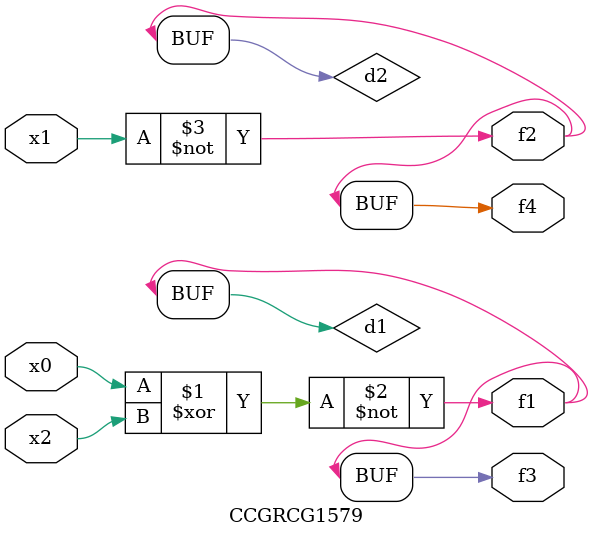
<source format=v>
module CCGRCG1579(
	input x0, x1, x2,
	output f1, f2, f3, f4
);

	wire d1, d2, d3;

	xnor (d1, x0, x2);
	nand (d2, x1);
	nor (d3, x1, x2);
	assign f1 = d1;
	assign f2 = d2;
	assign f3 = d1;
	assign f4 = d2;
endmodule

</source>
